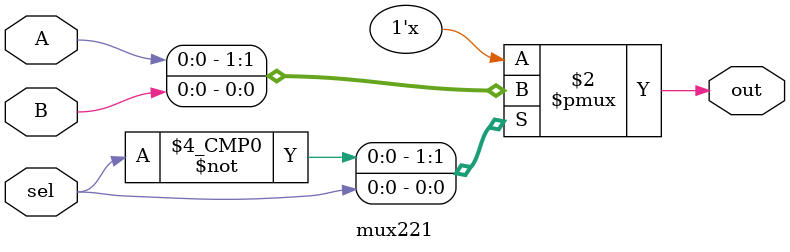
<source format=v>
`timescale 1ns / 1ps
module mux221(
    input A,
    input B,
    input sel,
    output reg out
    );
	 
always @(*) begin
    case (sel)
        0: out = A;
        1: out = B;
        default: out = A;
    endcase
end


endmodule

</source>
